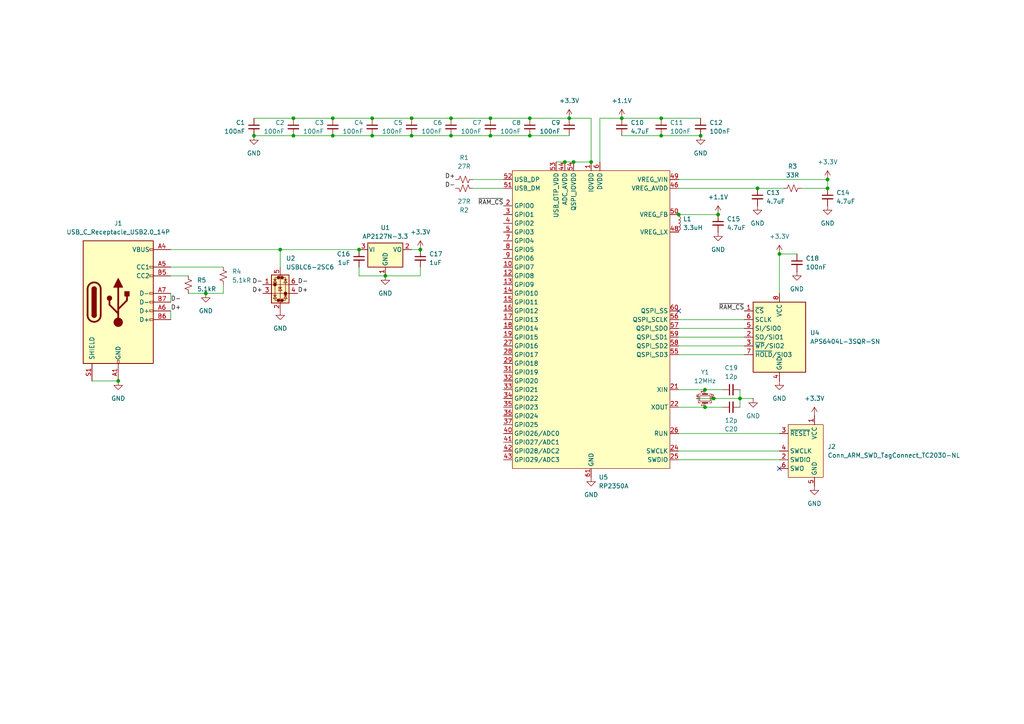
<source format=kicad_sch>
(kicad_sch (version 20231120) (generator "eeschema") (generator_version "8.0")
  (paper "A4")
  (lib_symbols
    (symbol "Connector:Conn_ARM_SWD_TagConnect_TC2030-NL" (in_bom no)
      (property "Reference" "J" (at 2.54 11.43 0))
      (property "Value" "Conn_ARM_SWD_TagConnect_TC2030-NL" (at 2.54 8.89 0))
      (symbol "Conn_ARM_SWD_TagConnect_TC2030-NL_0_0"
        (pin power_in line (at -2.54 10.16 270) (length 2.54) (name "VCC") (number "1"))
        (pin bidirectional line (at 7.62 -2.54 180) (length 2.54) (name "SWDIO") (number "2"))
        (pin open_collector line (at 7.62 5.08 180) (length 2.54) (name "~{RESET}") (number "3"))
        (pin output line (at 7.62 0 180) (length 2.54) (name "SWCLK") (number "4"))
        (pin power_in line (at -2.54 -10.16 90) (length 2.54) (name "GND") (number "5"))
        (pin input line (at 7.62 -5.08 180) (length 2.54) (name "SWO") (number "6"))
      )
      (symbol "Conn_ARM_SWD_TagConnect_TC2030-NL_0_1"
        (rectangle (start -5.08 7.62) (end 5.08 -7.62) (fill (type background)))
      )
    )
    (symbol "Connector:USB_C_Receptacle_USB2.0_14P" (pin_names (offset 1.016))
      (property "Reference" "J" (at 0 22.225 0))
      (property "Value" "USB_C_Receptacle_USB2.0_14P" (at 0 19.685 0))
      (symbol "USB_C_Receptacle_USB2.0_14P_0_0"
        (rectangle (start -0.254 -17.78) (end 0.254 -16.764))
        (rectangle (start 10.16 -4.826) (end 9.144 -5.334))
        (rectangle (start 10.16 -2.286) (end 9.144 -2.794))
        (rectangle (start 10.16 0.254) (end 9.144 -0.254))
        (rectangle (start 10.16 2.794) (end 9.144 2.286))
        (rectangle (start 10.16 7.874) (end 9.144 7.366))
        (rectangle (start 10.16 10.414) (end 9.144 9.906))
        (rectangle (start 10.16 15.494) (end 9.144 14.986))
      )
      (symbol "USB_C_Receptacle_USB2.0_14P_0_1"
        (rectangle (start -10.16 17.78) (end 10.16 -17.78) (stroke (width 0.254)) (fill (type background)))
        (arc (start -8.89 -3.81) (mid -6.985 -5.7067) (end -5.08 -3.81) (stroke (width 0.508)))
        (arc (start -7.62 -3.81) (mid -6.985 -4.4423) (end -6.35 -3.81) (stroke (width 0.254)))
        (arc (start -7.62 -3.81) (mid -6.985 -4.4423) (end -6.35 -3.81) (stroke (width 0.254)) (fill (type outline)))
        (rectangle (start -7.62 -3.81) (end -6.35 3.81) (stroke (width 0.254)) (fill (type outline)))
        (arc (start -6.35 3.81) (mid -6.985 4.4423) (end -7.62 3.81) (stroke (width 0.254)))
        (arc (start -6.35 3.81) (mid -6.985 4.4423) (end -7.62 3.81) (stroke (width 0.254)) (fill (type outline)))
        (arc (start -5.08 3.81) (mid -6.985 5.7067) (end -8.89 3.81) (stroke (width 0.508)))
        (circle (center -2.54 1.143) (radius 0.635) (stroke (width 0.254)) (fill (type outline)))
        (circle (center 0 -5.842) (radius 1.27) (fill (type outline)))
        (polyline (pts (xy -8.89 -3.81) (xy -8.89 3.81)) (stroke (width 0.508)))
        (polyline (pts (xy -5.08 3.81) (xy -5.08 -3.81)) (stroke (width 0.508)))
        (polyline (pts (xy 0 -5.842) (xy 0 4.318)) (stroke (width 0.508)))
        (polyline (pts (xy 0 -3.302) (xy -2.54 -0.762) (xy -2.54 0.508)) (stroke (width 0.508)))
        (polyline (pts (xy 0 -2.032) (xy 2.54 0.508) (xy 2.54 1.778)) (stroke (width 0.508)))
        (polyline (pts (xy -1.27 4.318) (xy 0 6.858) (xy 1.27 4.318) (xy -1.27 4.318)) (stroke (width 0.254)) (fill (type outline)))
        (rectangle (start 1.905 1.778) (end 3.175 3.048) (stroke (width 0.254)) (fill (type outline)))
      )
      (symbol "USB_C_Receptacle_USB2.0_14P_1_1"
        (pin passive line (at 0 -22.86 90) (length 5.08) (name "GND") (number "A1"))
        (pin passive line (at 0 -22.86 90) (length 5.08) hide (name "GND") (number "A12"))
        (pin passive line (at 15.24 15.24 180) (length 5.08) (name "VBUS") (number "A4"))
        (pin bidirectional line (at 15.24 10.16 180) (length 5.08) (name "CC1") (number "A5"))
        (pin bidirectional line (at 15.24 -2.54 180) (length 5.08) (name "D+") (number "A6"))
        (pin bidirectional line (at 15.24 2.54 180) (length 5.08) (name "D-") (number "A7"))
        (pin passive line (at 15.24 15.24 180) (length 5.08) hide (name "VBUS") (number "A9"))
        (pin passive line (at 0 -22.86 90) (length 5.08) hide (name "GND") (number "B1"))
        (pin passive line (at 0 -22.86 90) (length 5.08) hide (name "GND") (number "B12"))
        (pin passive line (at 15.24 15.24 180) (length 5.08) hide (name "VBUS") (number "B4"))
        (pin bidirectional line (at 15.24 7.62 180) (length 5.08) (name "CC2") (number "B5"))
        (pin bidirectional line (at 15.24 -5.08 180) (length 5.08) (name "D+") (number "B6"))
        (pin bidirectional line (at 15.24 0 180) (length 5.08) (name "D-") (number "B7"))
        (pin passive line (at 15.24 15.24 180) (length 5.08) hide (name "VBUS") (number "B9"))
        (pin passive line (at -7.62 -22.86 90) (length 5.08) (name "SHIELD") (number "S1"))
      )
    )
    (symbol "Device:C_Small" (pin_numbers hide) (pin_names (offset 0.254) hide)
      (property "Reference" "C" (at 0.254 1.778 0))
      (property "Value" "C_Small" (at 0.254 -2.032 0))
      (symbol "C_Small_0_1"
        (polyline (pts (xy -1.524 -0.508) (xy 1.524 -0.508)) (stroke (width 0.3302)))
        (polyline (pts (xy -1.524 0.508) (xy 1.524 0.508)) (stroke (width 0.3048)))
      )
      (symbol "C_Small_1_1"
        (pin passive line (at 0 2.54 270) (length 2.032) (name "~") (number "1"))
        (pin passive line (at 0 -2.54 90) (length 2.032) (name "~") (number "2"))
      )
    )
    (symbol "Device:Crystal_GND24_Small" (pin_names (offset 1.016) hide)
      (property "Reference" "Y" (at 1.27 4.445 0))
      (property "Value" "Crystal_GND24_Small" (at 1.27 2.54 0))
      (symbol "Crystal_GND24_Small_0_1"
        (rectangle (start -0.762 -1.524) (end 0.762 1.524))
        (polyline (pts (xy -1.27 -0.762) (xy -1.27 0.762)) (stroke (width 0.381)))
        (polyline (pts (xy 1.27 -0.762) (xy 1.27 0.762)) (stroke (width 0.381)))
        (polyline (pts (xy -1.27 -1.27) (xy -1.27 -1.905) (xy 1.27 -1.905) (xy 1.27 -1.27)))
        (polyline (pts (xy -1.27 1.27) (xy -1.27 1.905) (xy 1.27 1.905) (xy 1.27 1.27)))
      )
      (symbol "Crystal_GND24_Small_1_1"
        (pin passive line (at -2.54 0 0) (length 1.27) (name "1") (number "1"))
        (pin passive line (at 0 -2.54 90) (length 0.635) (name "2") (number "2"))
        (pin passive line (at 2.54 0 180) (length 1.27) (name "3") (number "3"))
        (pin passive line (at 0 2.54 270) (length 0.635) (name "4") (number "4"))
      )
    )
    (symbol "Device:L_Small" (pin_numbers hide) (pin_names (offset 0.254) hide)
      (property "Reference" "L" (at 0.762 1.016 0))
      (property "Value" "L_Small" (at 0.762 -1.016 0))
      (symbol "L_Small_0_1"
        (arc (start 0 -2.032) (mid 0.5058 -1.524) (end 0 -1.016))
        (arc (start 0 -1.016) (mid 0.5058 -0.508) (end 0 0))
        (arc (start 0 0) (mid 0.5058 0.508) (end 0 1.016))
        (arc (start 0 1.016) (mid 0.5058 1.524) (end 0 2.032))
      )
      (symbol "L_Small_1_1"
        (pin passive line (at 0 2.54 270) (length 0.508) (name "~") (number "1"))
        (pin passive line (at 0 -2.54 90) (length 0.508) (name "~") (number "2"))
      )
    )
    (symbol "Device:R_Small_US" (pin_numbers hide) (pin_names (offset 0.254) hide)
      (property "Reference" "R" (at 0.762 0.508 0))
      (property "Value" "R_Small_US" (at 0.762 -1.016 0))
      (symbol "R_Small_US_1_1"
        (polyline (pts (xy 0 0) (xy 1.016 -0.381) (xy 0 -0.762) (xy -1.016 -1.143) (xy 0 -1.524)))
        (polyline (pts (xy 0 1.524) (xy 1.016 1.143) (xy 0 0.762) (xy -1.016 0.381) (xy 0 0)))
        (pin passive line (at 0 2.54 270) (length 1.016) (name "~") (number "1"))
        (pin passive line (at 0 -2.54 90) (length 1.016) (name "~") (number "2"))
      )
    )
    (symbol "Memory_Flash:MX25R3235FZNxx1"
      (property "Reference" "U" (at -6.35 11.43 0))
      (property "Value" "MX25R3235FZNxx1" (at 11.43 11.43 0))
      (symbol "MX25R3235FZNxx1_0_1"
        (rectangle (start -7.62 10.16) (end 7.62 -10.16) (stroke (width 0.254)) (fill (type background)))
      )
      (symbol "MX25R3235FZNxx1_1_1"
        (pin input line (at -10.16 7.62 0) (length 2.54) (name "~{CS}") (number "1"))
        (pin bidirectional line (at -10.16 0 0) (length 2.54) (name "SO/SIO1") (number "2"))
        (pin bidirectional line (at -10.16 -2.54 0) (length 2.54) (name "~{WP}/SIO2") (number "3"))
        (pin power_in line (at 0 -12.7 90) (length 2.54) (name "GND") (number "4"))
        (pin bidirectional line (at -10.16 2.54 0) (length 2.54) (name "SI/SIO0") (number "5"))
        (pin input line (at -10.16 5.08 0) (length 2.54) (name "SCLK") (number "6"))
        (pin bidirectional line (at -10.16 -5.08 0) (length 2.54) (name "~{HOLD}/SIO3") (number "7"))
        (pin power_in line (at 0 12.7 270) (length 2.54) (name "VCC") (number "8"))
        (pin passive line (at 0 -12.7 90) (length 2.54) hide (name "GND") (number "9"))
      )
    )
    (symbol "Power_Protection:USBLC6-2SC6" (pin_names hide)
      (property "Reference" "U" (at 0.635 5.715 0))
      (property "Value" "USBLC6-2SC6" (at 0.635 3.81 0))
      (symbol "USBLC6-2SC6_0_0"
        (circle (center -1.524 0) (radius 0.0001) (stroke (width 0.508)))
        (circle (center -0.508 -4.572) (radius 0.0001) (stroke (width 0.508)))
        (circle (center -0.508 2.032) (radius 0.0001) (stroke (width 0.508)))
        (circle (center 0.508 -4.572) (radius 0.0001) (stroke (width 0.508)))
        (circle (center 0.508 2.032) (radius 0.0001) (stroke (width 0.508)))
        (circle (center 1.524 -2.54) (radius 0.0001) (stroke (width 0.508)))
      )
      (symbol "USBLC6-2SC6_0_1"
        (polyline (pts (xy -2.54 -2.54) (xy 2.54 -2.54)))
        (polyline (pts (xy -2.54 0) (xy 2.54 0)))
        (polyline (pts (xy -2.032 -3.048) (xy -1.016 -3.048)))
        (polyline (pts (xy -1.016 1.524) (xy -2.032 1.524)))
        (polyline (pts (xy 1.016 -3.048) (xy 2.032 -3.048)))
        (polyline (pts (xy 1.016 1.524) (xy 2.032 1.524)))
        (polyline (pts (xy -0.508 -1.143) (xy -0.508 -0.762) (xy 0.508 -0.762)))
        (polyline (pts (xy -2.032 0.508) (xy -1.016 0.508) (xy -1.524 1.524) (xy -2.032 0.508)))
        (polyline (pts (xy -1.016 -4.064) (xy -2.032 -4.064) (xy -1.524 -3.048) (xy -1.016 -4.064)))
        (polyline (pts (xy 0.508 -1.778) (xy -0.508 -1.778) (xy 0 -0.762) (xy 0.508 -1.778)))
        (polyline (pts (xy 2.032 -4.064) (xy 1.016 -4.064) (xy 1.524 -3.048) (xy 2.032 -4.064)))
        (polyline (pts (xy 2.032 0.508) (xy 1.016 0.508) (xy 1.524 1.524) (xy 2.032 0.508)))
        (polyline (pts (xy 0 2.54) (xy -0.508 2.032) (xy 0.508 2.032) (xy 0 1.524) (xy 0 -4.064) (xy -0.508 -4.572) (xy 0.508 -4.572) (xy 0 -5.08)))
      )
      (symbol "USBLC6-2SC6_1_1"
        (rectangle (start -2.54 2.794) (end 2.54 -5.334) (stroke (width 0.254)) (fill (type background)))
        (polyline (pts (xy -0.508 2.032) (xy -1.524 2.032) (xy -1.524 -4.572) (xy -0.508 -4.572)))
        (polyline (pts (xy 0.508 -4.572) (xy 1.524 -4.572) (xy 1.524 2.032) (xy 0.508 2.032)))
        (pin passive line (at -5.08 0 0) (length 2.54) (name "I/O1") (number "1"))
        (pin passive line (at 0 -7.62 90) (length 2.54) (name "GND") (number "2"))
        (pin passive line (at -5.08 -2.54 0) (length 2.54) (name "I/O2") (number "3"))
        (pin passive line (at 5.08 -2.54 180) (length 2.54) (name "I/O2") (number "4"))
        (pin passive line (at 0 5.08 270) (length 2.54) (name "VBUS") (number "5"))
        (pin passive line (at 5.08 0 180) (length 2.54) (name "I/O1") (number "6"))
      )
    )
    (symbol "Regulator_Linear:AP2127N-3.3" (pin_names (offset 0.254))
      (property "Reference" "U" (at -3.81 3.175 0))
      (property "Value" "AP2127N-3.3" (at 0 3.175 0))
      (symbol "AP2127N-3.3_0_1"
        (rectangle (start -5.08 1.905) (end 5.08 -5.08) (stroke (width 0.254)) (fill (type background)))
      )
      (symbol "AP2127N-3.3_1_1"
        (pin power_in line (at 0 -7.62 90) (length 2.54) (name "GND") (number "1"))
        (pin power_out line (at 7.62 0 180) (length 2.54) (name "VO") (number "2"))
        (pin power_in line (at -7.62 0 0) (length 2.54) (name "VI") (number "3"))
      )
    )
    (symbol "power:+3.3V" (power) (pin_numbers hide) (pin_names (offset 0) hide)
      (property "Value" "+3.3V" (at 0 3.556 0))
      (symbol "+3.3V_0_1"
        (polyline (pts (xy -0.762 1.27) (xy 0 2.54)))
        (polyline (pts (xy 0 0) (xy 0 2.54)))
        (polyline (pts (xy 0 2.54) (xy 0.762 1.27)))
      )
      (symbol "+3.3V_1_1"
        (pin power_in line (at 0 0 90) (length 0) (name "~") (number "1"))
      )
    )
    (symbol "power:GND" (power) (pin_numbers hide) (pin_names (offset 0) hide)
      (property "Value" "GND" (at 0 -3.81 0))
      (symbol "GND_0_1"
        (polyline (pts (xy 0 0) (xy 0 -1.27) (xy 1.27 -1.27) (xy 0 -2.54) (xy -1.27 -1.27) (xy 0 -1.27)))
      )
      (symbol "GND_1_1"
        (pin power_in line (at 0 0 270) (length 0) (name "~") (number "1"))
      )
    )
    (symbol "rpi-lib-kicad-rp235x:RP2354A"
      (property "Reference" "U" (at 17.78 48.26 0))
      (property "Value" "RP2350A" (at 17.78 45.72 0))
      (symbol "RP2354A_0_0"
        (pin power_in line (at 0 45.72 270) (length 2.54) (name "IOVDD") (number "1"))
        (pin bidirectional line (at -25.4 15.24 0) (length 2.54) (name "GPIO7") (number "10"))
        (pin passive line (at 0 45.72 270) (length 2.54) hide (name "IOVDD") (number "11"))
        (pin bidirectional line (at -25.4 12.7 0) (length 2.54) (name "GPIO8") (number "12"))
        (pin bidirectional line (at -25.4 10.16 0) (length 2.54) (name "GPIO9") (number "13"))
        (pin bidirectional line (at -25.4 7.62 0) (length 2.54) (name "GPIO10") (number "14"))
        (pin bidirectional line (at -25.4 5.08 0) (length 2.54) (name "GPIO11") (number "15"))
        (pin bidirectional line (at -25.4 2.54 0) (length 2.54) (name "GPIO12") (number "16"))
        (pin bidirectional line (at -25.4 0 0) (length 2.54) (name "GPIO13") (number "17"))
        (pin bidirectional line (at -25.4 -2.54 0) (length 2.54) (name "GPIO14") (number "18"))
        (pin bidirectional line (at -25.4 -5.08 0) (length 2.54) (name "GPIO15") (number "19"))
        (pin bidirectional line (at -25.4 33.02 0) (length 2.54) (name "GPIO0") (number "2"))
        (pin passive line (at 0 45.72 270) (length 2.54) hide (name "IOVDD") (number "20"))
        (pin input line (at 25.4 -20.32 180) (length 2.54) (name "XIN") (number "21"))
        (pin output line (at 25.4 -25.4 180) (length 2.54) (name "XOUT") (number "22"))
        (pin passive line (at 2.54 45.72 270) (length 2.54) hide (name "DVDD") (number "23"))
        (pin input line (at 25.4 -38.1 180) (length 2.54) (name "SWCLK") (number "24"))
        (pin bidirectional line (at 25.4 -40.64 180) (length 2.54) (name "SWDIO") (number "25"))
        (pin input line (at 25.4 -33.02 180) (length 2.54) (name "RUN") (number "26"))
        (pin bidirectional line (at -25.4 -7.62 0) (length 2.54) (name "GPIO16") (number "27"))
        (pin bidirectional line (at -25.4 -10.16 0) (length 2.54) (name "GPIO17") (number "28"))
        (pin bidirectional line (at -25.4 -12.7 0) (length 2.54) (name "GPIO18") (number "29"))
        (pin bidirectional line (at -25.4 30.48 0) (length 2.54) (name "GPIO1") (number "3"))
        (pin passive line (at 0 45.72 270) (length 2.54) hide (name "IOVDD") (number "30"))
        (pin bidirectional line (at -25.4 -15.24 0) (length 2.54) (name "GPIO19") (number "31"))
        (pin bidirectional line (at -25.4 -17.78 0) (length 2.54) (name "GPIO20") (number "32"))
        (pin bidirectional line (at -25.4 -20.32 0) (length 2.54) (name "GPIO21") (number "33"))
        (pin bidirectional line (at -25.4 -22.86 0) (length 2.54) (name "GPIO22") (number "34"))
        (pin bidirectional line (at -25.4 -25.4 0) (length 2.54) (name "GPIO23") (number "35"))
        (pin bidirectional line (at -25.4 -27.94 0) (length 2.54) (name "GPIO24") (number "36"))
        (pin bidirectional line (at -25.4 -30.48 0) (length 2.54) (name "GPIO25") (number "37"))
        (pin passive line (at 0 45.72 270) (length 2.54) hide (name "IOVDD") (number "38"))
        (pin passive line (at 2.54 45.72 270) (length 2.54) hide (name "DVDD") (number "39"))
        (pin bidirectional line (at -25.4 27.94 0) (length 2.54) (name "GPIO2") (number "4"))
        (pin bidirectional line (at -25.4 -33.02 0) (length 2.54) (name "GPIO26/ADC0") (number "40"))
        (pin bidirectional line (at -25.4 -35.56 0) (length 2.54) (name "GPIO27/ADC1") (number "41"))
        (pin bidirectional line (at -25.4 -38.1 0) (length 2.54) (name "GPIO28/ADC2") (number "42"))
        (pin bidirectional line (at -25.4 -40.64 0) (length 2.54) (name "GPIO29/ADC3") (number "43"))
        (pin power_in line (at -7.62 45.72 270) (length 2.54) (name "ADC_AVDD") (number "44"))
        (pin passive line (at 0 45.72 270) (length 2.54) hide (name "IOVDD") (number "45"))
        (pin power_in line (at 25.4 38.1 180) (length 2.54) (name "VREG_AVDD") (number "46"))
        (pin passive line (at 25.4 25.4 180) (length 2.54) (name "VREG_LX") (number "48"))
        (pin power_in line (at 25.4 40.64 180) (length 2.54) (name "VREG_VIN") (number "49"))
        (pin bidirectional line (at -25.4 25.4 0) (length 2.54) (name "GPIO3") (number "5"))
        (pin passive line (at 25.4 30.48 180) (length 2.54) (name "VREG_FB") (number "50"))
        (pin bidirectional line (at -25.4 38.1 0) (length 2.54) (name "USB_DM") (number "51"))
        (pin bidirectional line (at -25.4 40.64 0) (length 2.54) (name "USB_DP") (number "52"))
        (pin power_in line (at -10.16 45.72 270) (length 2.54) (name "USB_OTP_VDD") (number "53"))
        (pin power_in line (at -5.08 45.72 270) (length 2.54) (name "QSPI_IOVDD") (number "54"))
        (pin unspecified line (at 25.4 -10.16 180) (length 2.54) (name "QSPI_SD3") (number "55"))
        (pin unspecified line (at 25.4 0 180) (length 2.54) (name "QSPI_SCLK") (number "56"))
        (pin unspecified line (at 25.4 -2.54 180) (length 2.54) (name "QSPI_SDO") (number "57"))
        (pin unspecified line (at 25.4 -7.62 180) (length 2.54) (name "QSPI_SD2") (number "58"))
        (pin unspecified line (at 25.4 -5.08 180) (length 2.54) (name "QSPI_SD1") (number "59"))
        (pin power_in line (at 2.54 45.72 270) (length 2.54) (name "DVDD") (number "6"))
        (pin unspecified line (at 25.4 2.54 180) (length 2.54) (name "QSPI_SS") (number "60"))
        (pin bidirectional line (at -25.4 22.86 0) (length 2.54) (name "GPIO4") (number "7"))
        (pin bidirectional line (at -25.4 20.32 0) (length 2.54) (name "GPIO5") (number "8"))
        (pin bidirectional line (at -25.4 17.78 0) (length 2.54) (name "GPIO6") (number "9"))
      )
      (symbol "RP2354A_1_0"
        (pin passive line (at 0 -45.72 90) (length 2.54) hide (name "VREG_PGND") (number "47"))
        (pin power_in line (at 0 -45.72 90) (length 2.54) (name "GND") (number "61"))
      )
      (symbol "RP2354A_1_1"
        (rectangle (start -22.86 43.18) (end 22.86 -43.18) (fill (type background)))
      )
    )
  )
  (junction (at 111.76 80.01))
  (junction (at 85.09 34.29))
  (junction (at 191.77 39.37))
  (junction (at 81.28 72.39))
  (junction (at 207.01 115.57))
  (junction (at 204.47 118.11))
  (junction (at 226.06 73.66))
  (junction (at 142.24 39.37))
  (junction (at 165.1 34.29))
  (junction (at 119.38 34.29))
  (junction (at 85.09 39.37))
  (junction (at 96.52 34.29))
  (junction (at 191.77 34.29))
  (junction (at 180.34 34.29))
  (junction (at 204.47 113.03))
  (junction (at 240.03 52.07))
  (junction (at 153.67 34.29))
  (junction (at 214.63 115.57))
  (junction (at 107.95 39.37))
  (junction (at 107.95 34.29))
  (junction (at 171.45 46.99))
  (junction (at 166.37 46.99))
  (junction (at 121.92 72.39))
  (junction (at 130.81 34.29))
  (junction (at 203.2 39.37))
  (junction (at 73.66 39.37))
  (junction (at 130.81 39.37))
  (junction (at 163.83 46.99))
  (junction (at 208.28 62.23))
  (junction (at 59.69 85.09))
  (junction (at 153.67 39.37))
  (junction (at 240.03 54.61))
  (junction (at 219.71 54.61))
  (junction (at 96.52 39.37))
  (junction (at 104.14 72.39))
  (junction (at 196.85 62.23))
  (junction (at 119.38 39.37))
  (junction (at 34.29 110.49))
  (junction (at 142.24 34.29))
  (no_connect (at 196.85 90.17))
  (no_connect (at 226.06 135.89))
  (wire (pts (xy 214.63 115.57) (xy 218.44 115.57)))
  (wire (pts (xy 226.06 73.66) (xy 231.14 73.66)))
  (wire (pts (xy 130.81 39.37) (xy 142.24 39.37)))
  (wire (pts (xy 196.85 62.23) (xy 208.28 62.23)))
  (wire (pts (xy 226.06 73.66) (xy 226.06 85.09)))
  (wire (pts (xy 54.61 85.09) (xy 59.69 85.09)))
  (wire (pts (xy 171.45 46.99) (xy 171.45 34.29)))
  (wire (pts (xy 204.47 118.11) (xy 209.55 118.11)))
  (wire (pts (xy 201.93 115.57) (xy 207.01 115.57)))
  (wire (pts (xy 203.2 34.29) (xy 191.77 34.29)))
  (wire (pts (xy 240.03 52.07) (xy 240.03 54.61)))
  (wire (pts (xy 196.85 52.07) (xy 240.03 52.07)))
  (wire (pts (xy 196.85 54.61) (xy 219.71 54.61)))
  (wire (pts (xy 173.99 34.29) (xy 180.34 34.29)))
  (wire (pts (xy 163.83 46.99) (xy 166.37 46.99)))
  (wire (pts (xy 59.69 85.09) (xy 64.77 85.09)))
  (wire (pts (xy 153.67 39.37) (xy 165.1 39.37)))
  (wire (pts (xy 121.92 77.47) (xy 121.92 80.01)))
  (wire (pts (xy 104.14 77.47) (xy 104.14 80.01)))
  (wire (pts (xy 142.24 34.29) (xy 153.67 34.29)))
  (wire (pts (xy 215.9 100.33) (xy 196.85 100.33)))
  (wire (pts (xy 107.95 39.37) (xy 119.38 39.37)))
  (wire (pts (xy 204.47 113.03) (xy 209.55 113.03)))
  (wire (pts (xy 107.95 34.29) (xy 119.38 34.29)))
  (wire (pts (xy 196.85 113.03) (xy 204.47 113.03)))
  (wire (pts (xy 142.24 39.37) (xy 153.67 39.37)))
  (wire (pts (xy 73.66 34.29) (xy 85.09 34.29)))
  (wire (pts (xy 119.38 34.29) (xy 130.81 34.29)))
  (wire (pts (xy 171.45 34.29) (xy 165.1 34.29)))
  (wire (pts (xy 232.41 54.61) (xy 240.03 54.61)))
  (wire (pts (xy 121.92 80.01) (xy 111.76 80.01)))
  (wire (pts (xy 81.28 72.39) (xy 104.14 72.39)))
  (wire (pts (xy 207.01 115.57) (xy 214.63 115.57)))
  (wire (pts (xy 173.99 46.99) (xy 173.99 34.29)))
  (wire (pts (xy 215.9 97.79) (xy 196.85 97.79)))
  (wire (pts (xy 130.81 34.29) (xy 142.24 34.29)))
  (wire (pts (xy 214.63 113.03) (xy 214.63 115.57)))
  (wire (pts (xy 196.85 130.81) (xy 226.06 130.81)))
  (wire (pts (xy 26.67 110.49) (xy 34.29 110.49)))
  (wire (pts (xy 104.14 80.01) (xy 111.76 80.01)))
  (wire (pts (xy 119.38 39.37) (xy 130.81 39.37)))
  (wire (pts (xy 85.09 39.37) (xy 96.52 39.37)))
  (wire (pts (xy 196.85 118.11) (xy 204.47 118.11)))
  (wire (pts (xy 166.37 46.99) (xy 171.45 46.99)))
  (wire (pts (xy 203.2 39.37) (xy 191.77 39.37)))
  (wire (pts (xy 214.63 115.57) (xy 214.63 118.11)))
  (wire (pts (xy 49.53 85.09) (xy 49.53 87.63)))
  (wire (pts (xy 191.77 39.37) (xy 180.34 39.37)))
  (wire (pts (xy 215.9 95.25) (xy 196.85 95.25)))
  (wire (pts (xy 191.77 34.29) (xy 180.34 34.29)))
  (wire (pts (xy 96.52 39.37) (xy 107.95 39.37)))
  (wire (pts (xy 196.85 133.35) (xy 226.06 133.35)))
  (wire (pts (xy 219.71 54.61) (xy 227.33 54.61)))
  (wire (pts (xy 161.29 46.99) (xy 163.83 46.99)))
  (wire (pts (xy 137.16 54.61) (xy 146.05 54.61)))
  (wire (pts (xy 215.9 102.87) (xy 196.85 102.87)))
  (wire (pts (xy 137.16 52.07) (xy 146.05 52.07)))
  (wire (pts (xy 196.85 125.73) (xy 226.06 125.73)))
  (wire (pts (xy 64.77 85.09) (xy 64.77 82.55)))
  (wire (pts (xy 54.61 80.01) (xy 49.53 80.01)))
  (wire (pts (xy 81.28 77.47) (xy 81.28 72.39)))
  (wire (pts (xy 121.92 72.39) (xy 119.38 72.39)))
  (wire (pts (xy 85.09 34.29) (xy 96.52 34.29)))
  (wire (pts (xy 73.66 39.37) (xy 85.09 39.37)))
  (wire (pts (xy 96.52 34.29) (xy 107.95 34.29)))
  (wire (pts (xy 49.53 90.17) (xy 49.53 92.71)))
  (wire (pts (xy 81.28 72.39) (xy 49.53 72.39)))
  (wire (pts (xy 215.9 92.71) (xy 196.85 92.71)))
  (wire (pts (xy 49.53 77.47) (xy 64.77 77.47)))
  (wire (pts (xy 153.67 34.29) (xy 165.1 34.29)))
  (label "D-" (at 49.53 87.63 0))
  (label "D+" (at 132.08 52.07 180))
  (label "D-" (at 86.36 82.55 0))
  (label "~{RAM_CS}" (at 215.9 90.17 180))
  (label "D+" (at 86.36 85.09 0))
  (label "D-" (at 132.08 54.61 180))
  (label "D+" (at 76.2 85.09 180))
  (label "D+" (at 49.53 90.17 0))
  (label "D-" (at 76.2 82.55 180))
  (label "~{RAM_CS}" (at 146.05 59.69 180))
  (symbol (lib_id "Device:C_Small") (at 180.34 36.83 0) (mirror y) (unit 1)
    (property "Reference" "C10" (at 182.88 35.5662 0) (effects (justify right)))
    (property "Value" "4.7uF" (at 182.88 38.1062 0) (effects (justify right)))
    (property "Description" "Unpolarized capacitor, small symbol" (effects (hide yes)))
  )
  (symbol (lib_id "Device:C_Small") (at 240.03 57.15 0) (unit 1)
    (property "Reference" "C14" (at 242.57 55.8862 0) (effects (justify left)))
    (property "Value" "4.7uF" (at 242.57 58.4262 0) (effects (justify left)))
    (property "Description" "Unpolarized capacitor, small symbol" (effects (hide yes)))
  )
  (symbol (lib_id "power:GND") (at 73.66 39.37 0) (unit 1)
    (property "Reference" "#PWR03" (effects (hide yes)))
    (property "Value" "GND" (at 73.66 44.45 0))
    (property "Description" "Power symbol creates a global label with name \"GND\" , ground" (effects (hide yes)))
  )
  (symbol (lib_id "Device:C_Small") (at 142.24 36.83 0) (unit 1)
    (property "Reference" "C7" (at 139.7 35.5662 0) (effects (justify right)))
    (property "Value" "100nF" (at 139.7 38.1062 0) (effects (justify right)))
    (property "Description" "Unpolarized capacitor, small symbol" (effects (hide yes)))
  )
  (symbol (lib_id "power:GND") (at 226.06 110.49 0) (unit 1)
    (property "Reference" "#PWR017" (effects (hide yes)))
    (property "Value" "GND" (at 226.06 115.57 0))
    (property "Description" "Power symbol creates a global label with name \"GND\" , ground" (effects (hide yes)))
  )
  (symbol (lib_id "Device:C_Small") (at 119.38 36.83 0) (unit 1)
    (property "Reference" "C5" (at 116.84 35.5662 0) (effects (justify right)))
    (property "Value" "100nF" (at 116.84 38.1062 0) (effects (justify right)))
    (property "Description" "Unpolarized capacitor, small symbol" (effects (hide yes)))
  )
  (symbol (lib_id "power:GND") (at 240.03 59.69 0) (unit 1)
    (property "Reference" "#PWR07" (effects (hide yes)))
    (property "Value" "GND" (at 240.03 64.77 0))
    (property "Description" "Power symbol creates a global label with name \"GND\" , ground" (effects (hide yes)))
  )
  (symbol (lib_id "power:GND") (at 231.14 78.74 0) (unit 1)
    (property "Reference" "#PWR012" (effects (hide yes)))
    (property "Value" "GND" (at 231.14 83.82 0))
    (property "Description" "Power symbol creates a global label with name \"GND\" , ground" (effects (hide yes)))
  )
  (symbol (lib_id "Device:C_Small") (at 191.77 36.83 0) (mirror y) (unit 1)
    (property "Reference" "C11" (at 194.31 35.5662 0) (effects (justify right)))
    (property "Value" "100nF" (at 194.31 38.1062 0) (effects (justify right)))
    (property "Description" "Unpolarized capacitor, small symbol" (effects (hide yes)))
  )
  (symbol (lib_id "power:+3.3V") (at 180.34 34.29 0) (unit 1)
    (property "Reference" "#PWR02" (effects (hide yes)))
    (property "Value" "+1.1V" (at 180.34 29.21 0))
    (property "Description" "Power symbol creates a global label with name \"+3.3V\"" (effects (hide yes)))
  )
  (symbol (lib_id "Device:R_Small_US") (at 134.62 54.61 90) (mirror x) (unit 1)
    (property "Reference" "R2" (at 134.62 60.96 90))
    (property "Value" "27R" (at 134.62 58.42 90))
    (property "Description" "Resistor, small US symbol" (effects (hide yes)))
  )
  (symbol (lib_id "Device:Crystal_GND24_Small") (at 204.47 115.57 90) (unit 1)
    (property "Reference" "Y1" (at 204.47 107.95 90))
    (property "Value" "12MHz" (at 204.47 110.49 90))
    (property "Description" "Four pin crystal, GND on pins 2 and 4, small symbol" (effects (hide yes)))
  )
  (symbol (lib_id "power:+3.3V") (at 240.03 52.07 0) (unit 1)
    (property "Reference" "#PWR05" (effects (hide yes)))
    (property "Value" "+3.3V" (at 240.03 46.99 0))
    (property "Description" "Power symbol creates a global label with name \"+3.3V\"" (effects (hide yes)))
  )
  (symbol (lib_id "Device:C_Small") (at 165.1 36.83 0) (unit 1)
    (property "Reference" "C9" (at 162.56 35.5662 0) (effects (justify right)))
    (property "Value" "100nF" (at 162.56 38.1062 0) (effects (justify right)))
    (property "Description" "Unpolarized capacitor, small symbol" (effects (hide yes)))
  )
  (symbol (lib_id "Device:C_Small") (at 212.09 118.11 90) (mirror x) (unit 1)
    (property "Reference" "C20" (at 212.0963 124.46 90))
    (property "Value" "12p" (at 212.0963 121.92 90))
    (property "Description" "Unpolarized capacitor, small symbol" (effects (hide yes)))
  )
  (symbol (lib_id "Device:R_Small_US") (at 229.87 54.61 90) (unit 1)
    (property "Reference" "R3" (at 229.87 48.26 90))
    (property "Value" "33R" (at 229.87 50.8 90))
    (property "Description" "Resistor, small US symbol" (effects (hide yes)))
  )
  (symbol (lib_id "power:GND") (at 171.45 138.43 0) (unit 1)
    (property "Reference" "#PWR020" (effects (hide yes)))
    (property "Value" "GND" (at 171.45 143.51 0))
    (property "Description" "Power symbol creates a global label with name \"GND\" , ground" (effects (hide yes)))
  )
  (symbol (lib_id "power:+3.3V") (at 121.92 72.39 0) (unit 1)
    (property "Reference" "#PWR010" (effects (hide yes)))
    (property "Value" "+3.3V" (at 121.92 67.31 0))
    (property "Description" "Power symbol creates a global label with name \"+3.3V\"" (effects (hide yes)))
  )
  (symbol (lib_id "power:GND") (at 34.29 110.49 0) (unit 1)
    (property "Reference" "#PWR016" (effects (hide yes)))
    (property "Value" "GND" (at 34.29 115.57 0))
    (property "Description" "Power symbol creates a global label with name \"GND\" , ground" (effects (hide yes)))
  )
  (symbol (lib_id "rpi-lib-kicad-rp235x:RP2354A") (at 171.45 92.71 0) (unit 1)
    (property "Reference" "U5" (at 173.6441 138.43 0) (effects (justify left)))
    (property "Value" "RP2350A" (at 173.6441 140.97 0) (effects (justify left)))
    (property "Footprint" "rpi-lib-kicad-rp235x:QFN-60-1EP_7x7mm_P0.4mm_EP3.4x3.4mm_ThermalVias" (effects (hide yes)))
    (property "Datasheet" "https://datasheets.raspberrypi.com/rp2350/rp2350-datasheet.pdf" (effects (hide yes)))
    (property "Description" "A dual-architecture microcontroller by Raspberry Pi, 2MB internal flash" (effects (hide yes)))
  )
  (symbol (lib_id "Device:R_Small_US") (at 54.61 82.55 0) (unit 1)
    (property "Reference" "R5" (at 57.15 81.2799 0) (effects (justify left)))
    (property "Value" "5.1kR" (at 57.15 83.8199 0) (effects (justify left)))
    (property "Description" "Resistor, small US symbol" (effects (hide yes)))
  )
  (symbol (lib_id "Device:C_Small") (at 153.67 36.83 0) (unit 1)
    (property "Reference" "C8" (at 151.13 35.5662 0) (effects (justify right)))
    (property "Value" "100nF" (at 151.13 38.1062 0) (effects (justify right)))
    (property "Description" "Unpolarized capacitor, small symbol" (effects (hide yes)))
  )
  (symbol (lib_id "Device:C_Small") (at 121.92 74.93 0) (unit 1)
    (property "Reference" "C17" (at 124.46 73.6662 0) (effects (justify left)))
    (property "Value" "1uF" (at 124.46 76.2062 0) (effects (justify left)))
    (property "Description" "Unpolarized capacitor, small symbol" (effects (hide yes)))
  )
  (symbol (lib_id "Device:C_Small") (at 73.66 36.83 0) (unit 1)
    (property "Reference" "C1" (at 71.12 35.5662 0) (effects (justify right)))
    (property "Value" "100nF" (at 71.12 38.1062 0) (effects (justify right)))
    (property "Description" "Unpolarized capacitor, small symbol" (effects (hide yes)))
  )
  (symbol (lib_id "power:GND") (at 219.71 59.69 0) (unit 1)
    (property "Reference" "#PWR06" (effects (hide yes)))
    (property "Value" "GND" (at 219.71 64.77 0))
    (property "Description" "Power symbol creates a global label with name \"GND\" , ground" (effects (hide yes)))
  )
  (symbol (lib_id "power:+3.3V") (at 236.22 120.65 0) (unit 1)
    (property "Reference" "#PWR019" (effects (hide yes)))
    (property "Value" "+3.3V" (at 236.22 115.57 0))
    (property "Description" "Power symbol creates a global label with name \"+3.3V\"" (effects (hide yes)))
  )
  (symbol (lib_id "Device:C_Small") (at 203.2 36.83 0) (mirror y) (unit 1)
    (property "Reference" "C12" (at 205.74 35.5662 0) (effects (justify right)))
    (property "Value" "100nF" (at 205.74 38.1062 0) (effects (justify right)))
    (property "Description" "Unpolarized capacitor, small symbol" (effects (hide yes)))
  )
  (symbol (lib_id "Regulator_Linear:AP2127N-3.3") (at 111.76 72.39 0) (unit 1)
    (property "Reference" "U1" (at 111.76 66.04 0))
    (property "Value" "AP2127N-3.3" (at 111.76 68.58 0))
    (property "Footprint" "Package_TO_SOT_SMD:SOT-23-5" (effects (hide yes)))
    (property "Datasheet" "https://www.diodes.com/assets/Datasheets/AP2127.pdf" (effects (hide yes)))
    (property "Description" "300mA low dropout linear regulator, shutdown pin, 2.5V-6V input voltage, 3.3V fixed positive output, SOT-23 package" (effects (hide yes)))
  )
  (symbol (lib_id "power:+3.3V") (at 165.1 34.29 0) (unit 1)
    (property "Reference" "#PWR01" (effects (hide yes)))
    (property "Value" "+3.3V" (at 165.1 29.21 0))
    (property "Description" "Power symbol creates a global label with name \"+3.3V\"" (effects (hide yes)))
  )
  (symbol (lib_id "power:GND") (at 111.76 80.01 0) (unit 1)
    (property "Reference" "#PWR013" (effects (hide yes)))
    (property "Value" "GND" (at 111.76 85.09 0))
    (property "Description" "Power symbol creates a global label with name \"GND\" , ground" (effects (hide yes)))
  )
  (symbol (lib_id "power:GND") (at 203.2 39.37 0) (unit 1)
    (property "Reference" "#PWR04" (effects (hide yes)))
    (property "Value" "GND" (at 203.2 44.45 0))
    (property "Description" "Power symbol creates a global label with name \"GND\" , ground" (effects (hide yes)))
  )
  (symbol (lib_id "Device:C_Small") (at 212.09 113.03 90) (unit 1)
    (property "Reference" "C19" (at 212.0963 106.68 90))
    (property "Value" "12p" (at 212.0963 109.22 90))
    (property "Description" "Unpolarized capacitor, small symbol" (effects (hide yes)))
  )
  (symbol (lib_id "Device:R_Small_US") (at 64.77 80.01 0) (unit 1)
    (property "Reference" "R4" (at 67.31 78.7399 0) (effects (justify left)))
    (property "Value" "5.1kR" (at 67.31 81.2799 0) (effects (justify left)))
    (property "Description" "Resistor, small US symbol" (effects (hide yes)))
  )
  (symbol (lib_id "Device:C_Small") (at 85.09 36.83 0) (unit 1)
    (property "Reference" "C2" (at 82.55 35.5662 0) (effects (justify right)))
    (property "Value" "100nF" (at 82.55 38.1062 0) (effects (justify right)))
    (property "Description" "Unpolarized capacitor, small symbol" (effects (hide yes)))
  )
  (symbol (lib_id "power:+3.3V") (at 208.28 62.23 0) (unit 1)
    (property "Reference" "#PWR08" (effects (hide yes)))
    (property "Value" "+1.1V" (at 208.28 57.15 0))
    (property "Description" "Power symbol creates a global label with name \"+3.3V\"" (effects (hide yes)))
  )
  (symbol (lib_id "Device:C_Small") (at 208.28 64.77 0) (unit 1)
    (property "Reference" "C15" (at 210.82 63.5062 0) (effects (justify left)))
    (property "Value" "4.7uF" (at 210.82 66.0462 0) (effects (justify left)))
    (property "Description" "Unpolarized capacitor, small symbol" (effects (hide yes)))
  )
  (symbol (lib_id "power:GND") (at 81.28 90.17 0) (unit 1)
    (property "Reference" "#PWR015" (effects (hide yes)))
    (property "Value" "GND" (at 81.28 95.25 0))
    (property "Description" "Power symbol creates a global label with name \"GND\" , ground" (effects (hide yes)))
  )
  (symbol (lib_id "Memory_Flash:MX25R3235FZNxx1") (at 226.06 97.79 0) (unit 1)
    (property "Reference" "U4" (at 234.95 96.5199 0) (effects (justify left)))
    (property "Value" "APS6404L-3SQR-SN" (at 234.95 99.0599 0) (effects (justify left)))
    (property "Footprint" "Package_SO:SOP-8_3.9x4.9mm_P1.27mm" (effects (hide yes)))
    (property "Datasheet" "https://www.apmemory.com/wp-content/uploads/APM_PSRAM_E3_QSPI-APS6404L-3SQR-v2.4-KGD_PKG.pdf" (effects (hide yes)))
    (property "Description" "QSPI SRAM" (effects (hide yes)))
  )
  (symbol (lib_id "power:GND") (at 218.44 115.57 0) (unit 1)
    (property "Reference" "#PWR018" (effects (hide yes)))
    (property "Value" "GND" (at 218.44 120.65 0))
    (property "Description" "Power symbol creates a global label with name \"GND\" , ground" (effects (hide yes)))
  )
  (symbol (lib_id "power:+3.3V") (at 226.06 73.66 0) (unit 1)
    (property "Reference" "#PWR011" (effects (hide yes)))
    (property "Value" "+3.3V" (at 226.06 68.58 0))
    (property "Description" "Power symbol creates a global label with name \"+3.3V\"" (effects (hide yes)))
  )
  (symbol (lib_id "power:GND") (at 208.28 67.31 0) (unit 1)
    (property "Reference" "#PWR09" (effects (hide yes)))
    (property "Value" "GND" (at 208.28 72.39 0))
    (property "Description" "Power symbol creates a global label with name \"GND\" , ground" (effects (hide yes)))
  )
  (symbol (lib_id "Device:C_Small") (at 104.14 74.93 0) (mirror y) (unit 1)
    (property "Reference" "C16" (at 101.6 73.6662 0) (effects (justify left)))
    (property "Value" "1uF" (at 101.6 76.2062 0) (effects (justify left)))
    (property "Description" "Unpolarized capacitor, small symbol" (effects (hide yes)))
  )
  (symbol (lib_id "Device:C_Small") (at 231.14 76.2 0) (unit 1)
    (property "Reference" "C18" (at 233.68 74.9362 0) (effects (justify left)))
    (property "Value" "100nF" (at 233.68 77.4762 0) (effects (justify left)))
    (property "Description" "Unpolarized capacitor, small symbol" (effects (hide yes)))
  )
  (symbol (lib_id "Device:R_Small_US") (at 134.62 52.07 90) (unit 1)
    (property "Reference" "R1" (at 134.62 45.72 90))
    (property "Value" "27R" (at 134.62 48.26 90))
    (property "Description" "Resistor, small US symbol" (effects (hide yes)))
  )
  (symbol (lib_id "Device:C_Small") (at 130.81 36.83 0) (unit 1)
    (property "Reference" "C6" (at 128.27 35.5662 0) (effects (justify right)))
    (property "Value" "100nF" (at 128.27 38.1062 0) (effects (justify right)))
    (property "Description" "Unpolarized capacitor, small symbol" (effects (hide yes)))
  )
  (symbol (lib_id "Connector:USB_C_Receptacle_USB2.0_14P") (at 34.29 87.63 0) (unit 1)
    (property "Reference" "J1" (at 34.29 64.77 0))
    (property "Value" "USB_C_Receptacle_USB2.0_14P" (at 34.29 67.31 0))
    (property "Datasheet" "https://www.usb.org/sites/default/files/documents/usb_type-c.zip" (effects (hide yes)))
    (property "Description" "USB 2.0-only 14P Type-C Receptacle connector" (effects (hide yes)))
  )
  (symbol (lib_id "Device:L_Small") (at 196.85 64.77 0) (unit 1)
    (property "Reference" "L1" (at 198.12 63.4999 0) (effects (justify left)))
    (property "Value" "3.3uH" (at 198.12 66.0399 0) (effects (justify left)))
    (property "Description" "Inductor, small symbol" (effects (hide yes)))
  )
  (symbol (lib_id "Device:C_Small") (at 219.71 57.15 0) (unit 1)
    (property "Reference" "C13" (at 222.25 55.8862 0) (effects (justify left)))
    (property "Value" "4.7uF" (at 222.25 58.4262 0) (effects (justify left)))
    (property "Description" "Unpolarized capacitor, small symbol" (effects (hide yes)))
  )
  (symbol (lib_id "power:GND") (at 236.22 140.97 0) (unit 1)
    (property "Reference" "#PWR021" (effects (hide yes)))
    (property "Value" "GND" (at 236.22 146.05 0))
    (property "Description" "Power symbol creates a global label with name \"GND\" , ground" (effects (hide yes)))
  )
  (symbol (lib_id "Device:C_Small") (at 107.95 36.83 0) (unit 1)
    (property "Reference" "C4" (at 105.41 35.5662 0) (effects (justify right)))
    (property "Value" "100nF" (at 105.41 38.1062 0) (effects (justify right)))
    (property "Description" "Unpolarized capacitor, small symbol" (effects (hide yes)))
  )
  (symbol (lib_id "Device:C_Small") (at 96.52 36.83 0) (unit 1)
    (property "Reference" "C3" (at 93.98 35.5662 0) (effects (justify right)))
    (property "Value" "100nF" (at 93.98 38.1062 0) (effects (justify right)))
    (property "Description" "Unpolarized capacitor, small symbol" (effects (hide yes)))
  )
  (symbol (lib_id "power:GND") (at 59.69 85.09 0) (unit 1)
    (property "Reference" "#PWR014" (effects (hide yes)))
    (property "Value" "GND" (at 59.69 90.17 0))
    (property "Description" "Power symbol creates a global label with name \"GND\" , ground" (effects (hide yes)))
  )
  (symbol (lib_id "Connector:Conn_ARM_SWD_TagConnect_TC2030-NL") (at 233.68 130.81 0) (mirror y) (unit 1) (in_bom no)
    (property "Reference" "J2" (at 240.03 129.5399 0) (effects (justify right)))
    (property "Value" "Conn_ARM_SWD_TagConnect_TC2030-NL" (at 240.03 132.0799 0) (effects (justify right)))
    (property "Footprint" "Connector:Tag-Connect_TC2030-IDC-NL_2x03_P1.27mm_Vertical" (effects (hide yes)))
    (property "Datasheet" "https://www.tag-connect.com/wp-content/uploads/bsk-pdf-manager/TC2030-CTX_1.pdf" (effects (hide yes)))
    (property "Description" "Tag-Connect ARM Cortex SWD JTAG connector, 6 pin, no legs" (effects (hide yes)))
  )
  (symbol (lib_id "Power_Protection:USBLC6-2SC6") (at 81.28 82.55 0) (unit 1)
    (property "Reference" "U2" (at 82.9311 74.93 0) (effects (justify left)))
    (property "Value" "USBLC6-2SC6" (at 82.9311 77.47 0) (effects (justify left)))
    (property "Footprint" "Package_TO_SOT_SMD:SOT-23-6" (effects (hide yes)))
    (property "Datasheet" "https://www.st.com/resource/en/datasheet/usblc6-2.pdf" (effects (hide yes)))
    (property "Description" "Very low capacitance ESD protection diode, 2 data-line, SOT-23-6" (effects (hide yes)))
  )
)
</source>
